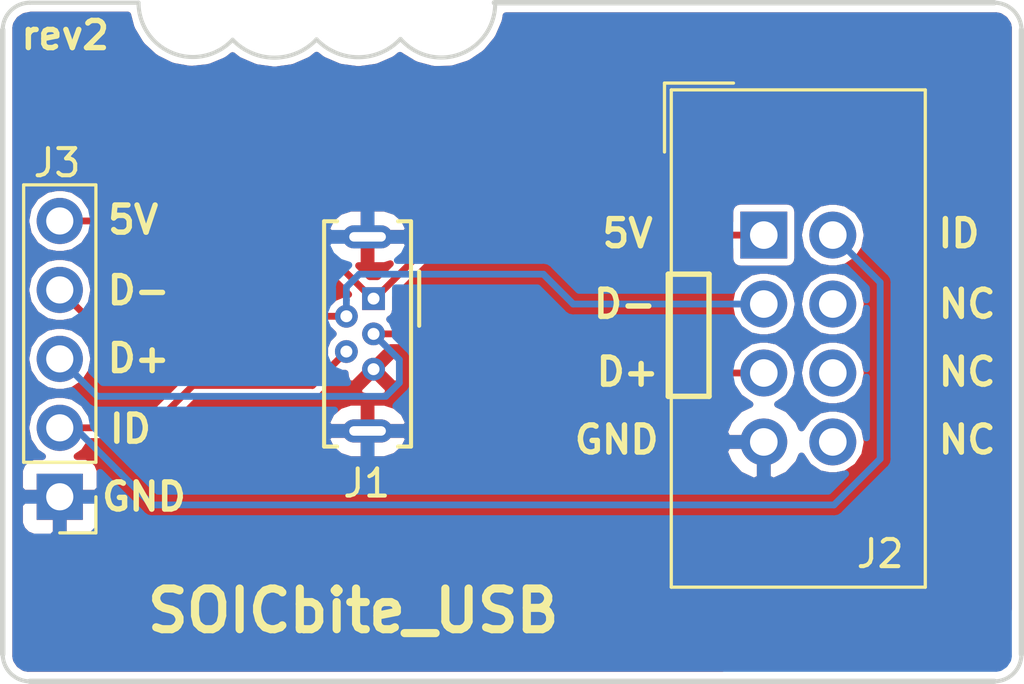
<source format=kicad_pcb>
(kicad_pcb (version 20171130) (host pcbnew 5.0.2-bee76a0~70~ubuntu18.04.1)

  (general
    (thickness 1.6)
    (drawings 33)
    (tracks 35)
    (zones 0)
    (modules 3)
    (nets 6)
  )

  (page A4)
  (layers
    (0 F.Cu signal)
    (31 B.Cu signal)
    (32 B.Adhes user)
    (33 F.Adhes user)
    (34 B.Paste user)
    (35 F.Paste user)
    (36 B.SilkS user)
    (37 F.SilkS user)
    (38 B.Mask user)
    (39 F.Mask user)
    (40 Dwgs.User user)
    (41 Cmts.User user)
    (42 Eco1.User user)
    (43 Eco2.User user)
    (44 Edge.Cuts user)
    (45 Margin user)
    (46 B.CrtYd user)
    (47 F.CrtYd user)
    (48 B.Fab user hide)
    (49 F.Fab user hide)
  )

  (setup
    (last_trace_width 0.25)
    (trace_clearance 0.2)
    (zone_clearance 0.254)
    (zone_45_only no)
    (trace_min 0.2)
    (segment_width 0.2)
    (edge_width 0.15)
    (via_size 0.8)
    (via_drill 0.4)
    (via_min_size 0.4)
    (via_min_drill 0.3)
    (uvia_size 0.3)
    (uvia_drill 0.1)
    (uvias_allowed no)
    (uvia_min_size 0.2)
    (uvia_min_drill 0.1)
    (pcb_text_width 0.3)
    (pcb_text_size 1.5 1.5)
    (mod_edge_width 0.15)
    (mod_text_size 1 1)
    (mod_text_width 0.15)
    (pad_size 1.524 1.524)
    (pad_drill 0.762)
    (pad_to_mask_clearance 0.051)
    (solder_mask_min_width 0.25)
    (aux_axis_origin 0 0)
    (visible_elements FFFFFF7F)
    (pcbplotparams
      (layerselection 0x010fc_ffffffff)
      (usegerberextensions false)
      (usegerberattributes false)
      (usegerberadvancedattributes false)
      (creategerberjobfile false)
      (excludeedgelayer true)
      (linewidth 0.100000)
      (plotframeref false)
      (viasonmask false)
      (mode 1)
      (useauxorigin false)
      (hpglpennumber 1)
      (hpglpenspeed 20)
      (hpglpendiameter 15.000000)
      (psnegative false)
      (psa4output false)
      (plotreference true)
      (plotvalue true)
      (plotinvisibletext false)
      (padsonsilk false)
      (subtractmaskfromsilk false)
      (outputformat 1)
      (mirror false)
      (drillshape 0)
      (scaleselection 1)
      (outputdirectory "gerbers/"))
  )

  (net 0 "")
  (net 1 +5V)
  (net 2 /USB-)
  (net 3 /USB+)
  (net 4 /USB_ID)
  (net 5 GND)

  (net_class Default "This is the default net class."
    (clearance 0.2)
    (trace_width 0.25)
    (via_dia 0.8)
    (via_drill 0.4)
    (uvia_dia 0.3)
    (uvia_drill 0.1)
    (add_net +5V)
    (add_net /USB+)
    (add_net /USB-)
    (add_net /USB_ID)
    (add_net GND)
  )

  (module Connector_USB:USB_Micro-B_Wuerth_614105150721_Vertical (layer F.Cu) (tedit 5A142044) (tstamp 5D45609B)
    (at 118.65 94.4 270)
    (descr "USB Micro-B receptacle, through-hole, vertical, http://katalog.we-online.de/em/datasheet/614105150721.pdf")
    (tags "usb micro receptacle vertical")
    (path /5D357F62)
    (fp_text reference J1 (at 6.8 0.25) (layer F.SilkS)
      (effects (font (size 1 1) (thickness 0.15)))
    )
    (fp_text value USB_B_Micro (at 1.3 2.92 270) (layer F.Fab)
      (effects (font (size 1 1) (thickness 0.15)))
    )
    (fp_line (start -2.7 -1.23) (end -1 -1.23) (layer F.Fab) (width 0.15))
    (fp_line (start -1 -1.23) (end 0 -0.23) (layer F.Fab) (width 0.15))
    (fp_line (start 0 -0.23) (end 1 -1.23) (layer F.Fab) (width 0.15))
    (fp_line (start 1 -1.23) (end 5.3 -1.23) (layer F.Fab) (width 0.15))
    (fp_line (start 5.3 -1.23) (end 5.3 1.67) (layer F.Fab) (width 0.15))
    (fp_line (start 5.3 1.67) (end -2.7 1.67) (layer F.Fab) (width 0.15))
    (fp_line (start -2.7 1.67) (end -2.7 -1.23) (layer F.Fab) (width 0.15))
    (fp_line (start -2.85 -0.905) (end -2.85 -1.38) (layer F.SilkS) (width 0.15))
    (fp_line (start -2.85 -1.38) (end 5.45 -1.38) (layer F.SilkS) (width 0.15))
    (fp_line (start 5.45 -1.38) (end 5.45 -0.905) (layer F.SilkS) (width 0.15))
    (fp_line (start -2.85 1.345) (end -2.85 1.82) (layer F.SilkS) (width 0.15))
    (fp_line (start -2.85 1.82) (end 5.45 1.82) (layer F.SilkS) (width 0.15))
    (fp_line (start 5.45 1.82) (end 5.45 1.345) (layer F.SilkS) (width 0.15))
    (fp_line (start -1 -1.68) (end 1 -1.68) (layer F.SilkS) (width 0.15))
    (fp_line (start -3.2 -1.73) (end -3.2 2.17) (layer F.CrtYd) (width 0.05))
    (fp_line (start -3.2 2.17) (end 5.8 2.17) (layer F.CrtYd) (width 0.05))
    (fp_line (start 5.8 2.17) (end 5.8 -1.73) (layer F.CrtYd) (width 0.05))
    (fp_line (start 5.8 -1.73) (end -3.2 -1.73) (layer F.CrtYd) (width 0.05))
    (fp_text user %R (at 1.3 0.22 270) (layer F.Fab)
      (effects (font (size 1 1) (thickness 0.15)))
    )
    (pad 1 thru_hole rect (at 0 0 270) (size 0.84 0.84) (drill 0.44) (layers *.Cu *.Mask)
      (net 1 +5V))
    (pad 2 thru_hole circle (at 0.65 1 270) (size 0.84 0.84) (drill 0.44) (layers *.Cu *.Mask)
      (net 2 /USB-))
    (pad 3 thru_hole circle (at 1.3 0 270) (size 0.84 0.84) (drill 0.44) (layers *.Cu *.Mask)
      (net 3 /USB+))
    (pad 4 thru_hole circle (at 1.95 1 270) (size 0.84 0.84) (drill 0.44) (layers *.Cu *.Mask)
      (net 4 /USB_ID))
    (pad 5 thru_hole circle (at 2.6 0 270) (size 0.84 0.84) (drill 0.44) (layers *.Cu *.Mask)
      (net 5 GND))
    (pad 6 thru_hole oval (at -2.275 0.22 270) (size 0.85 1.85) (drill oval 0.35 1.35) (layers *.Cu *.Mask)
      (net 5 GND))
    (pad 6 thru_hole oval (at 4.875 0.22 270) (size 0.85 1.85) (drill oval 0.35 1.35) (layers *.Cu *.Mask)
      (net 5 GND))
    (model ${KISYS3DMOD}/Connector_USB.3dshapes/USB_Micro-B_Wuerth_614105150721_Vertical.wrl
      (at (xyz 0 0 0))
      (scale (xyz 1 1 1))
      (rotate (xyz 0 0 0))
    )
    (model "${KIPRJMOD}/SOICbite_USB.3dshapes/614105150721 (rev1)(2).stp"
      (offset (xyz 1.35 -0.1 1.65))
      (scale (xyz 1 1 1))
      (rotate (xyz 90 0 0))
    )
  )

  (module Connector_IDC:IDC-Header_2x04_P2.54mm_Vertical (layer F.Cu) (tedit 59DE070F) (tstamp 5D4560FA)
    (at 133.015001 92.060001)
    (descr "Through hole straight IDC box header, 2x04, 2.54mm pitch, double rows")
    (tags "Through hole IDC box header THT 2x04 2.54mm double row")
    (path /5D3580F5)
    (fp_text reference J2 (at 4.284999 11.739999) (layer F.SilkS)
      (effects (font (size 1 1) (thickness 0.15)))
    )
    (fp_text value 2x4_IDC (at 1.27 14.224) (layer F.Fab)
      (effects (font (size 1 1) (thickness 0.15)))
    )
    (fp_text user %R (at 1.27 3.81) (layer F.Fab)
      (effects (font (size 1 1) (thickness 0.15)))
    )
    (fp_line (start 5.695 -5.1) (end 5.695 12.72) (layer F.Fab) (width 0.1))
    (fp_line (start 5.145 -4.56) (end 5.145 12.16) (layer F.Fab) (width 0.1))
    (fp_line (start -3.155 -5.1) (end -3.155 12.72) (layer F.Fab) (width 0.1))
    (fp_line (start -2.605 -4.56) (end -2.605 1.56) (layer F.Fab) (width 0.1))
    (fp_line (start -2.605 6.06) (end -2.605 12.16) (layer F.Fab) (width 0.1))
    (fp_line (start -2.605 1.56) (end -3.155 1.56) (layer F.Fab) (width 0.1))
    (fp_line (start -2.605 6.06) (end -3.155 6.06) (layer F.Fab) (width 0.1))
    (fp_line (start 5.695 -5.1) (end -3.155 -5.1) (layer F.Fab) (width 0.1))
    (fp_line (start 5.145 -4.56) (end -2.605 -4.56) (layer F.Fab) (width 0.1))
    (fp_line (start 5.695 12.72) (end -3.155 12.72) (layer F.Fab) (width 0.1))
    (fp_line (start 5.145 12.16) (end -2.605 12.16) (layer F.Fab) (width 0.1))
    (fp_line (start 5.695 -5.1) (end 5.145 -4.56) (layer F.Fab) (width 0.1))
    (fp_line (start 5.695 12.72) (end 5.145 12.16) (layer F.Fab) (width 0.1))
    (fp_line (start -3.155 -5.1) (end -2.605 -4.56) (layer F.Fab) (width 0.1))
    (fp_line (start -3.155 12.72) (end -2.605 12.16) (layer F.Fab) (width 0.1))
    (fp_line (start 5.95 -5.35) (end 5.95 12.97) (layer F.CrtYd) (width 0.05))
    (fp_line (start 5.95 12.97) (end -3.41 12.97) (layer F.CrtYd) (width 0.05))
    (fp_line (start -3.41 12.97) (end -3.41 -5.35) (layer F.CrtYd) (width 0.05))
    (fp_line (start -3.41 -5.35) (end 5.95 -5.35) (layer F.CrtYd) (width 0.05))
    (fp_line (start 5.945 -5.35) (end 5.945 12.97) (layer F.SilkS) (width 0.12))
    (fp_line (start 5.945 12.97) (end -3.405 12.97) (layer F.SilkS) (width 0.12))
    (fp_line (start -3.405 12.97) (end -3.405 -5.35) (layer F.SilkS) (width 0.12))
    (fp_line (start -3.405 -5.35) (end 5.945 -5.35) (layer F.SilkS) (width 0.12))
    (fp_line (start -3.655 -5.6) (end -3.655 -3.06) (layer F.SilkS) (width 0.12))
    (fp_line (start -3.655 -5.6) (end -1.115 -5.6) (layer F.SilkS) (width 0.12))
    (pad 1 thru_hole rect (at 0 0) (size 1.7272 1.7272) (drill 1.016) (layers *.Cu *.Mask)
      (net 1 +5V))
    (pad 2 thru_hole oval (at 2.54 0) (size 1.7272 1.7272) (drill 1.016) (layers *.Cu *.Mask)
      (net 4 /USB_ID))
    (pad 3 thru_hole oval (at 0 2.54) (size 1.7272 1.7272) (drill 1.016) (layers *.Cu *.Mask)
      (net 2 /USB-))
    (pad 4 thru_hole oval (at 2.54 2.54) (size 1.7272 1.7272) (drill 1.016) (layers *.Cu *.Mask))
    (pad 5 thru_hole oval (at 0 5.08) (size 1.7272 1.7272) (drill 1.016) (layers *.Cu *.Mask)
      (net 3 /USB+))
    (pad 6 thru_hole oval (at 2.54 5.08) (size 1.7272 1.7272) (drill 1.016) (layers *.Cu *.Mask))
    (pad 7 thru_hole oval (at 0 7.62) (size 1.7272 1.7272) (drill 1.016) (layers *.Cu *.Mask)
      (net 5 GND))
    (pad 8 thru_hole oval (at 2.54 7.62) (size 1.7272 1.7272) (drill 1.016) (layers *.Cu *.Mask))
    (model ${KISYS3DMOD}/Connector_IDC.3dshapes/IDC-Header_2x04_P2.54mm_Vertical.wrl
      (at (xyz 0 0 0))
      (scale (xyz 1 1 1))
      (rotate (xyz 0 0 0))
    )
  )

  (module Connector_PinHeader_2.54mm:PinHeader_1x05_P2.54mm_Vertical (layer F.Cu) (tedit 59FED5CC) (tstamp 5D45604E)
    (at 107.1 101.7 180)
    (descr "Through hole straight pin header, 1x05, 2.54mm pitch, single row")
    (tags "Through hole pin header THT 1x05 2.54mm single row")
    (path /5D366171)
    (fp_text reference J3 (at 0.1 12.3 180) (layer F.SilkS)
      (effects (font (size 1 1) (thickness 0.15)))
    )
    (fp_text value Conn_01x05 (at 0 12.49 180) (layer F.Fab)
      (effects (font (size 1 1) (thickness 0.15)))
    )
    (fp_line (start -0.635 -1.27) (end 1.27 -1.27) (layer F.Fab) (width 0.1))
    (fp_line (start 1.27 -1.27) (end 1.27 11.43) (layer F.Fab) (width 0.1))
    (fp_line (start 1.27 11.43) (end -1.27 11.43) (layer F.Fab) (width 0.1))
    (fp_line (start -1.27 11.43) (end -1.27 -0.635) (layer F.Fab) (width 0.1))
    (fp_line (start -1.27 -0.635) (end -0.635 -1.27) (layer F.Fab) (width 0.1))
    (fp_line (start -1.33 11.49) (end 1.33 11.49) (layer F.SilkS) (width 0.12))
    (fp_line (start -1.33 1.27) (end -1.33 11.49) (layer F.SilkS) (width 0.12))
    (fp_line (start 1.33 1.27) (end 1.33 11.49) (layer F.SilkS) (width 0.12))
    (fp_line (start -1.33 1.27) (end 1.33 1.27) (layer F.SilkS) (width 0.12))
    (fp_line (start -1.33 0) (end -1.33 -1.33) (layer F.SilkS) (width 0.12))
    (fp_line (start -1.33 -1.33) (end 0 -1.33) (layer F.SilkS) (width 0.12))
    (fp_line (start -1.8 -1.8) (end -1.8 11.95) (layer F.CrtYd) (width 0.05))
    (fp_line (start -1.8 11.95) (end 1.8 11.95) (layer F.CrtYd) (width 0.05))
    (fp_line (start 1.8 11.95) (end 1.8 -1.8) (layer F.CrtYd) (width 0.05))
    (fp_line (start 1.8 -1.8) (end -1.8 -1.8) (layer F.CrtYd) (width 0.05))
    (fp_text user %R (at 0 5.08 270) (layer F.Fab)
      (effects (font (size 1 1) (thickness 0.15)))
    )
    (pad 1 thru_hole rect (at 0 0 180) (size 1.7 1.7) (drill 1) (layers *.Cu *.Mask)
      (net 5 GND))
    (pad 2 thru_hole oval (at 0 2.54 180) (size 1.7 1.7) (drill 1) (layers *.Cu *.Mask)
      (net 4 /USB_ID))
    (pad 3 thru_hole oval (at 0 5.08 180) (size 1.7 1.7) (drill 1) (layers *.Cu *.Mask)
      (net 3 /USB+))
    (pad 4 thru_hole oval (at 0 7.62 180) (size 1.7 1.7) (drill 1) (layers *.Cu *.Mask)
      (net 2 /USB-))
    (pad 5 thru_hole oval (at 0 10.16 180) (size 1.7 1.7) (drill 1) (layers *.Cu *.Mask)
      (net 1 +5V))
  )

  (gr_arc (start 106 107.5) (end 105 107.5) (angle -90) (layer Edge.Cuts) (width 0.15))
  (gr_arc (start 141.5 107.5) (end 141.5 108.5) (angle -90) (layer Edge.Cuts) (width 0.15))
  (gr_arc (start 141.5 84.5) (end 142.5 84.5) (angle -90) (layer Edge.Cuts) (width 0.15))
  (gr_arc (start 121.143029 83.533495) (end 119.643029 84.833495) (angle -140.0545485) (layer Edge.Cuts) (width 0.15) (tstamp 5D457E8E))
  (gr_arc (start 118.090459 83.384429) (end 116.55257 84.849066) (angle -93.3724768) (layer Edge.Cuts) (width 0.15) (tstamp 5D457DFF))
  (gr_arc (start 115 83.4) (end 113.462111 84.864637) (angle -93.3724768) (layer Edge.Cuts) (width 0.15) (tstamp 5D457CA3))
  (gr_line (start 106 83.5) (end 110 83.5) (layer Edge.Cuts) (width 0.15))
  (gr_arc (start 112 83.5) (end 110 83.5) (angle -136.974934) (layer Edge.Cuts) (width 0.15))
  (gr_arc (start 106 84.5) (end 106 83.5) (angle -90) (layer Edge.Cuts) (width 0.15))
  (gr_text GND (at 110.2 101.7) (layer F.SilkS) (tstamp 5D456E5B)
    (effects (font (size 1 1) (thickness 0.2)))
  )
  (gr_text ID (at 109.7 99.2) (layer F.SilkS) (tstamp 5D456E58)
    (effects (font (size 1 1) (thickness 0.2)))
  )
  (gr_text D- (at 110 94.1) (layer F.SilkS) (tstamp 5D456E54)
    (effects (font (size 1 1) (thickness 0.2)))
  )
  (gr_text D+ (at 110 96.6) (layer F.SilkS) (tstamp 5D456E4E)
    (effects (font (size 1 1) (thickness 0.2)))
  )
  (gr_text 5V (at 109.8 91.5) (layer F.SilkS) (tstamp 5D456E4B)
    (effects (font (size 1 1) (thickness 0.2)))
  )
  (gr_text NC (at 140.5 99.6) (layer F.SilkS) (tstamp 5D52FF5D)
    (effects (font (size 1 1) (thickness 0.2)))
  )
  (gr_text NC (at 140.5 94.6) (layer F.SilkS) (tstamp 5D45680D)
    (effects (font (size 1 1) (thickness 0.2)))
  )
  (gr_text NC (at 140.5 97.1) (layer F.SilkS) (tstamp 5D45677E)
    (effects (font (size 1 1) (thickness 0.2)))
  )
  (gr_text ID (at 140.2 92) (layer F.SilkS) (tstamp 5D4566AA)
    (effects (font (size 1 1) (thickness 0.2)))
  )
  (gr_text GND (at 127.6 99.6) (layer F.SilkS) (tstamp 5D4565F6)
    (effects (font (size 1 1) (thickness 0.2)))
  )
  (gr_text D+ (at 128 97.1) (layer F.SilkS) (tstamp 5D4565AD)
    (effects (font (size 1 1) (thickness 0.2)))
  )
  (gr_text D- (at 127.9 94.6) (layer F.SilkS) (tstamp 5D4564DD)
    (effects (font (size 1 1) (thickness 0.2)))
  )
  (gr_text 5V (at 128 92) (layer F.SilkS)
    (effects (font (size 1 1) (thickness 0.2)))
  )
  (gr_text rev2 (at 107.3 84.7) (layer F.SilkS)
    (effects (font (size 1 1) (thickness 0.2)))
  )
  (gr_text defproc.co.uk (at 137 107) (layer F.Cu)
    (effects (font (size 1 1) (thickness 0.2)))
  )
  (gr_text SOICbite_USB (at 117.9 105.9) (layer F.SilkS)
    (effects (font (size 1.5 1.5) (thickness 0.3)))
  )
  (gr_line (start 129.5 98) (end 129.5 93.5) (layer F.SilkS) (width 0.2))
  (gr_line (start 131 98) (end 129.5 98) (layer F.SilkS) (width 0.2))
  (gr_line (start 131 93.5) (end 131 98) (layer F.SilkS) (width 0.2))
  (gr_line (start 129.5 93.5) (end 131 93.5) (layer F.SilkS) (width 0.2))
  (gr_line (start 105 107.5) (end 105 84.5) (layer Edge.Cuts) (width 0.2))
  (gr_line (start 141.5 108.5) (end 106 108.5) (layer Edge.Cuts) (width 0.2))
  (gr_line (start 142.5 84.5) (end 142.5 107.5) (layer Edge.Cuts) (width 0.2))
  (gr_line (start 123.1 83.5) (end 141.5 83.5) (layer Edge.Cuts) (width 0.2))

  (segment (start 118.7 94.4) (end 118.65 94.4) (width 0.25) (layer F.Cu) (net 1))
  (segment (start 133.015001 92.060001) (end 121.039999 92.060001) (width 0.25) (layer F.Cu) (net 1))
  (segment (start 121.039999 92.060001) (end 118.7 94.4) (width 0.25) (layer F.Cu) (net 1))
  (segment (start 118.6 94.4) (end 118.65 94.4) (width 0.25) (layer F.Cu) (net 1))
  (segment (start 107.1 91.54) (end 115.74 91.54) (width 0.25) (layer F.Cu) (net 1))
  (segment (start 115.74 91.54) (end 118.6 94.4) (width 0.25) (layer F.Cu) (net 1))
  (segment (start 108.07 95.05) (end 107.1 94.08) (width 0.25) (layer F.Cu) (net 2))
  (segment (start 117.65 95.05) (end 108.07 95.05) (width 0.25) (layer F.Cu) (net 2))
  (segment (start 117.65 93.974998) (end 117.65 94.456031) (width 0.25) (layer B.Cu) (net 2))
  (segment (start 118.124998 93.5) (end 117.65 93.974998) (width 0.25) (layer B.Cu) (net 2))
  (segment (start 124.9 93.5) (end 118.124998 93.5) (width 0.25) (layer B.Cu) (net 2))
  (segment (start 117.65 94.456031) (end 117.65 95.05) (width 0.25) (layer B.Cu) (net 2))
  (segment (start 133.015001 94.600001) (end 126.000001 94.600001) (width 0.25) (layer B.Cu) (net 2))
  (segment (start 126.000001 94.600001) (end 124.9 93.5) (width 0.25) (layer B.Cu) (net 2))
  (segment (start 107.949999 97.469999) (end 107.1 96.62) (width 0.25) (layer B.Cu) (net 3))
  (segment (start 108.48 98) (end 107.949999 97.469999) (width 0.25) (layer B.Cu) (net 3))
  (segment (start 119.1 98) (end 108.48 98) (width 0.25) (layer B.Cu) (net 3))
  (segment (start 119.6 97.5) (end 119.1 98) (width 0.25) (layer B.Cu) (net 3))
  (segment (start 118.65 95.7) (end 119.6 96.65) (width 0.25) (layer B.Cu) (net 3))
  (segment (start 119.6 96.65) (end 119.6 97.5) (width 0.25) (layer B.Cu) (net 3))
  (segment (start 125.1 95.7) (end 118.65 95.7) (width 0.25) (layer F.Cu) (net 3))
  (segment (start 133.015001 97.140001) (end 126.540001 97.140001) (width 0.25) (layer F.Cu) (net 3))
  (segment (start 126.540001 97.140001) (end 125.1 95.7) (width 0.25) (layer F.Cu) (net 3))
  (segment (start 117.230001 96.769999) (end 117.65 96.35) (width 0.25) (layer F.Cu) (net 4))
  (segment (start 116.4 97.6) (end 117.230001 96.769999) (width 0.25) (layer F.Cu) (net 4))
  (segment (start 116.4 97.6) (end 117.65 96.35) (width 0.25) (layer F.Cu) (net 4))
  (segment (start 112 97.6) (end 116.4 97.6) (width 0.25) (layer F.Cu) (net 4))
  (segment (start 107.1 99.16) (end 110.44 99.16) (width 0.25) (layer F.Cu) (net 4))
  (segment (start 110.44 99.16) (end 112 97.6) (width 0.25) (layer F.Cu) (net 4))
  (segment (start 110.5 102) (end 107.66 99.16) (width 0.25) (layer B.Cu) (net 4))
  (segment (start 137.3 100.3) (end 135.6 102) (width 0.25) (layer B.Cu) (net 4))
  (segment (start 107.66 99.16) (end 107.1 99.16) (width 0.25) (layer B.Cu) (net 4))
  (segment (start 135.6 102) (end 110.5 102) (width 0.25) (layer B.Cu) (net 4))
  (segment (start 135.555001 92.060001) (end 137.3 93.805) (width 0.25) (layer B.Cu) (net 4))
  (segment (start 137.3 93.805) (end 137.3 100.3) (width 0.25) (layer B.Cu) (net 4))

  (zone (net 5) (net_name GND) (layer F.Cu) (tstamp 5D5303EB) (hatch edge 0.508)
    (connect_pads (clearance 0.254))
    (min_thickness 0.254)
    (fill yes (arc_segments 16) (thermal_gap 0.508) (thermal_bridge_width 0.508))
    (polygon
      (pts
        (xy 105 83.5) (xy 142.5 83.5) (xy 142.5 108.5) (xy 105 108.5)
      )
    )
    (filled_polygon
      (pts
        (xy 109.716264 84.393348) (xy 109.740339 84.450411) (xy 109.76368 84.507678) (xy 109.766522 84.51247) (xy 110.058792 84.998409)
        (xy 110.097888 85.046388) (xy 110.13639 85.094835) (xy 110.140463 85.098637) (xy 110.557371 85.483012) (xy 110.608329 85.518067)
        (xy 110.658914 85.553784) (xy 110.66389 85.55629) (xy 111.171923 85.808204) (xy 111.230727 85.827566) (xy 111.289248 85.847631)
        (xy 111.294727 85.848639) (xy 111.853042 85.94784) (xy 111.914867 85.949918) (xy 111.976719 85.952754) (xy 111.98226 85.952183)
        (xy 112.545978 85.890695) (xy 112.605918 85.875333) (xy 112.666059 85.8607) (xy 112.671215 85.858598) (xy 112.67122 85.858597)
        (xy 112.671225 85.858594) (xy 113.19502 85.641365) (xy 113.248212 85.609813) (xy 113.301859 85.578872) (xy 113.30622 85.575406)
        (xy 113.462691 85.449487) (xy 113.620216 85.57574) (xy 113.644462 85.590258) (xy 113.666289 85.608202) (xy 113.725576 85.638967)
        (xy 114.25531 85.866287) (xy 114.282989 85.873924) (xy 114.30925 85.88552) (xy 114.374625 85.899208) (xy 114.945977 85.975697)
        (xy 114.974689 85.975609) (xy 115.003101 85.979716) (xy 115.06975 85.975319) (xy 115.640624 85.895342) (xy 115.668251 85.887537)
        (xy 115.696723 85.883852) (xy 115.759734 85.861693) (xy 116.288071 85.631145) (xy 116.312584 85.616197) (xy 116.339015 85.604991)
        (xy 116.393746 85.566704) (xy 116.554942 85.435353) (xy 116.710675 85.560169) (xy 116.734921 85.574687) (xy 116.756748 85.592631)
        (xy 116.816035 85.623396) (xy 117.345769 85.850716) (xy 117.373448 85.858353) (xy 117.399709 85.869949) (xy 117.465084 85.883637)
        (xy 118.036436 85.960126) (xy 118.065148 85.960038) (xy 118.09356 85.964145) (xy 118.160209 85.959748) (xy 118.731083 85.879771)
        (xy 118.75871 85.871966) (xy 118.787182 85.868281) (xy 118.850193 85.846122) (xy 119.37853 85.615574) (xy 119.403043 85.600626)
        (xy 119.429474 85.58942) (xy 119.484205 85.551133) (xy 119.622752 85.438238) (xy 119.640778 85.453434) (xy 119.645521 85.456356)
        (xy 120.1265 85.748578) (xy 120.183414 85.77289) (xy 120.240023 85.797894) (xy 120.245396 85.799367) (xy 120.789059 85.944849)
        (xy 120.850523 85.952212) (xy 120.911861 85.960321) (xy 120.917431 85.960227) (xy 121.480074 85.947273) (xy 121.541105 85.937094)
        (xy 121.602283 85.927657) (xy 121.607603 85.926003) (xy 122.143993 85.755654) (xy 122.199704 85.72876) (xy 122.255784 85.702527)
        (xy 122.260426 85.699447) (xy 122.727445 85.385399) (xy 122.773352 85.343964) (xy 122.819832 85.303031) (xy 122.823423 85.298771)
        (xy 123.183528 84.866269) (xy 123.215983 84.813579) (xy 123.249084 84.761281) (xy 123.251334 84.756185) (xy 123.475577 84.239997)
        (xy 123.491936 84.180324) (xy 123.50903 84.120832) (xy 123.50976 84.115308) (xy 123.526682 83.981) (xy 141.547373 83.981)
        (xy 141.564073 83.977678) (xy 141.704761 84.005663) (xy 141.878349 84.121651) (xy 141.994337 84.295239) (xy 142.022322 84.435928)
        (xy 142.019 84.452628) (xy 142.019001 105.849) (xy 131.495191 105.849) (xy 131.495191 108.019) (xy 105.952627 108.019)
        (xy 105.935927 108.022322) (xy 105.795239 107.994337) (xy 105.621651 107.878349) (xy 105.505663 107.704761) (xy 105.477678 107.564073)
        (xy 105.481 107.547373) (xy 105.481 101.98575) (xy 105.615 101.98575) (xy 105.615 102.67631) (xy 105.711673 102.909699)
        (xy 105.890302 103.088327) (xy 106.123691 103.185) (xy 106.81425 103.185) (xy 106.973 103.02625) (xy 106.973 101.827)
        (xy 107.227 101.827) (xy 107.227 103.02625) (xy 107.38575 103.185) (xy 108.076309 103.185) (xy 108.309698 103.088327)
        (xy 108.488327 102.909699) (xy 108.585 102.67631) (xy 108.585 101.98575) (xy 108.42625 101.827) (xy 107.227 101.827)
        (xy 106.973 101.827) (xy 105.77375 101.827) (xy 105.615 101.98575) (xy 105.481 101.98575) (xy 105.481 100.72369)
        (xy 105.615 100.72369) (xy 105.615 101.41425) (xy 105.77375 101.573) (xy 106.973 101.573) (xy 106.973 101.553)
        (xy 107.227 101.553) (xy 107.227 101.573) (xy 108.42625 101.573) (xy 108.585 101.41425) (xy 108.585 100.72369)
        (xy 108.488327 100.490301) (xy 108.309698 100.311673) (xy 108.076309 100.215) (xy 107.736821 100.215) (xy 107.987501 100.047501)
        (xy 108.242412 99.666) (xy 110.390166 99.666) (xy 110.44 99.675913) (xy 110.489834 99.666) (xy 110.489835 99.666)
        (xy 110.637431 99.636641) (xy 110.744557 99.565062) (xy 116.91046 99.565062) (xy 117.090664 99.934731) (xy 117.407023 100.205712)
        (xy 117.803 100.335) (xy 118.303 100.335) (xy 118.303 99.402) (xy 118.557 99.402) (xy 118.557 100.335)
        (xy 119.057 100.335) (xy 119.452977 100.205712) (xy 119.647574 100.039027) (xy 131.560043 100.039027) (xy 131.732313 100.454948)
        (xy 132.126511 100.886822) (xy 132.655974 101.134969) (xy 132.888001 101.01447) (xy 132.888001 99.807001) (xy 131.681184 99.807001)
        (xy 131.560043 100.039027) (xy 119.647574 100.039027) (xy 119.769336 99.934731) (xy 119.94954 99.565062) (xy 119.822257 99.402)
        (xy 118.557 99.402) (xy 118.303 99.402) (xy 117.037743 99.402) (xy 116.91046 99.565062) (xy 110.744557 99.565062)
        (xy 110.804806 99.524806) (xy 110.833039 99.482553) (xy 111.330654 98.984938) (xy 116.91046 98.984938) (xy 117.037743 99.148)
        (xy 118.303 99.148) (xy 118.303 98.215) (xy 118.557 98.215) (xy 118.557 99.148) (xy 119.822257 99.148)
        (xy 119.94954 98.984938) (xy 119.769336 98.615269) (xy 119.452977 98.344288) (xy 119.057 98.215) (xy 118.557 98.215)
        (xy 118.303 98.215) (xy 117.803 98.215) (xy 117.407023 98.344288) (xy 117.090664 98.615269) (xy 116.91046 98.984938)
        (xy 111.330654 98.984938) (xy 112.209592 98.106) (xy 116.350166 98.106) (xy 116.4 98.115913) (xy 116.449834 98.106)
        (xy 116.449835 98.106) (xy 116.597431 98.076641) (xy 116.764806 97.964806) (xy 116.793038 97.922553) (xy 116.983678 97.731913)
        (xy 118.097692 97.731913) (xy 118.124905 97.938796) (xy 118.524137 98.068279) (xy 118.942531 98.035127) (xy 119.175095 97.938796)
        (xy 119.202308 97.731913) (xy 118.65 97.179605) (xy 118.097692 97.731913) (xy 116.983678 97.731913) (xy 117.564592 97.151)
        (xy 117.603659 97.151) (xy 117.614873 97.292531) (xy 117.711204 97.525095) (xy 117.918087 97.552308) (xy 118.470395 97)
        (xy 118.829605 97) (xy 119.381913 97.552308) (xy 119.588796 97.525095) (xy 119.718279 97.125863) (xy 119.685127 96.707469)
        (xy 119.588796 96.474905) (xy 119.381913 96.447692) (xy 118.829605 97) (xy 118.470395 97) (xy 118.456253 96.985858)
        (xy 118.635858 96.806253) (xy 118.65 96.820395) (xy 119.082579 96.387816) (xy 119.10373 96.379055) (xy 119.276785 96.206)
        (xy 124.890409 96.206) (xy 126.146964 97.462556) (xy 126.175195 97.504807) (xy 126.34257 97.616642) (xy 126.490166 97.646001)
        (xy 126.490167 97.646001) (xy 126.540001 97.655914) (xy 126.589835 97.646001) (xy 131.856232 97.646001) (xy 132.117695 98.037307)
        (xy 132.504731 98.295917) (xy 132.126511 98.47318) (xy 131.732313 98.905054) (xy 131.560043 99.320975) (xy 131.681184 99.553001)
        (xy 132.888001 99.553001) (xy 132.888001 99.533001) (xy 133.142001 99.533001) (xy 133.142001 99.553001) (xy 133.162001 99.553001)
        (xy 133.162001 99.807001) (xy 133.142001 99.807001) (xy 133.142001 101.01447) (xy 133.374028 101.134969) (xy 133.903491 100.886822)
        (xy 134.297689 100.454948) (xy 134.404166 100.197875) (xy 134.657695 100.577307) (xy 135.069382 100.852388) (xy 135.43242 100.924601)
        (xy 135.677582 100.924601) (xy 136.04062 100.852388) (xy 136.452307 100.577307) (xy 136.727388 100.16562) (xy 136.823984 99.680001)
        (xy 136.727388 99.194382) (xy 136.452307 98.782695) (xy 136.04062 98.507614) (xy 135.677582 98.435401) (xy 135.43242 98.435401)
        (xy 135.069382 98.507614) (xy 134.657695 98.782695) (xy 134.404166 99.162127) (xy 134.297689 98.905054) (xy 133.903491 98.47318)
        (xy 133.525271 98.295917) (xy 133.912307 98.037307) (xy 134.187388 97.62562) (xy 134.283984 97.140001) (xy 134.286018 97.140001)
        (xy 134.382614 97.62562) (xy 134.657695 98.037307) (xy 135.069382 98.312388) (xy 135.43242 98.384601) (xy 135.677582 98.384601)
        (xy 136.04062 98.312388) (xy 136.452307 98.037307) (xy 136.727388 97.62562) (xy 136.823984 97.140001) (xy 136.727388 96.654382)
        (xy 136.452307 96.242695) (xy 136.04062 95.967614) (xy 135.677582 95.895401) (xy 135.43242 95.895401) (xy 135.069382 95.967614)
        (xy 134.657695 96.242695) (xy 134.382614 96.654382) (xy 134.286018 97.140001) (xy 134.283984 97.140001) (xy 134.187388 96.654382)
        (xy 133.912307 96.242695) (xy 133.50062 95.967614) (xy 133.137582 95.895401) (xy 132.89242 95.895401) (xy 132.529382 95.967614)
        (xy 132.117695 96.242695) (xy 131.856232 96.634001) (xy 126.749593 96.634001) (xy 125.493039 95.377447) (xy 125.464806 95.335194)
        (xy 125.297431 95.223359) (xy 125.149835 95.194) (xy 125.149834 95.194) (xy 125.1 95.184087) (xy 125.050166 95.194)
        (xy 119.276785 95.194) (xy 119.244448 95.161663) (xy 119.344686 95.094686) (xy 119.428894 94.968659) (xy 119.458464 94.82)
        (xy 119.458464 94.600001) (xy 131.746018 94.600001) (xy 131.842614 95.08562) (xy 132.117695 95.497307) (xy 132.529382 95.772388)
        (xy 132.89242 95.844601) (xy 133.137582 95.844601) (xy 133.50062 95.772388) (xy 133.912307 95.497307) (xy 134.187388 95.08562)
        (xy 134.283984 94.600001) (xy 134.286018 94.600001) (xy 134.382614 95.08562) (xy 134.657695 95.497307) (xy 135.069382 95.772388)
        (xy 135.43242 95.844601) (xy 135.677582 95.844601) (xy 136.04062 95.772388) (xy 136.452307 95.497307) (xy 136.727388 95.08562)
        (xy 136.823984 94.600001) (xy 136.727388 94.114382) (xy 136.452307 93.702695) (xy 136.04062 93.427614) (xy 135.677582 93.355401)
        (xy 135.43242 93.355401) (xy 135.069382 93.427614) (xy 134.657695 93.702695) (xy 134.382614 94.114382) (xy 134.286018 94.600001)
        (xy 134.283984 94.600001) (xy 134.187388 94.114382) (xy 133.912307 93.702695) (xy 133.50062 93.427614) (xy 133.137582 93.355401)
        (xy 132.89242 93.355401) (xy 132.529382 93.427614) (xy 132.117695 93.702695) (xy 131.842614 94.114382) (xy 131.746018 94.600001)
        (xy 119.458464 94.600001) (xy 119.458464 94.357127) (xy 121.249591 92.566001) (xy 131.762937 92.566001) (xy 131.762937 92.923601)
        (xy 131.792507 93.07226) (xy 131.876715 93.198287) (xy 132.002742 93.282495) (xy 132.151401 93.312065) (xy 133.878601 93.312065)
        (xy 134.02726 93.282495) (xy 134.153287 93.198287) (xy 134.237495 93.07226) (xy 134.267065 92.923601) (xy 134.267065 92.060001)
        (xy 134.286018 92.060001) (xy 134.382614 92.54562) (xy 134.657695 92.957307) (xy 135.069382 93.232388) (xy 135.43242 93.304601)
        (xy 135.677582 93.304601) (xy 136.04062 93.232388) (xy 136.452307 92.957307) (xy 136.727388 92.54562) (xy 136.823984 92.060001)
        (xy 136.727388 91.574382) (xy 136.452307 91.162695) (xy 136.04062 90.887614) (xy 135.677582 90.815401) (xy 135.43242 90.815401)
        (xy 135.069382 90.887614) (xy 134.657695 91.162695) (xy 134.382614 91.574382) (xy 134.286018 92.060001) (xy 134.267065 92.060001)
        (xy 134.267065 91.196401) (xy 134.237495 91.047742) (xy 134.153287 90.921715) (xy 134.02726 90.837507) (xy 133.878601 90.807937)
        (xy 132.151401 90.807937) (xy 132.002742 90.837507) (xy 131.876715 90.921715) (xy 131.792507 91.047742) (xy 131.762937 91.196401)
        (xy 131.762937 91.554001) (xy 121.089832 91.554001) (xy 121.039998 91.544088) (xy 120.990164 91.554001) (xy 120.842568 91.58336)
        (xy 120.675193 91.695195) (xy 120.646962 91.737446) (xy 119.930702 92.453707) (xy 119.94954 92.415062) (xy 119.822257 92.252)
        (xy 118.557 92.252) (xy 118.557 93.185) (xy 119.057 93.185) (xy 119.268447 93.115962) (xy 118.792873 93.591536)
        (xy 118.507128 93.591536) (xy 118.100592 93.185) (xy 118.303 93.185) (xy 118.303 92.252) (xy 118.283 92.252)
        (xy 118.283 91.998) (xy 118.303 91.998) (xy 118.303 91.065) (xy 118.557 91.065) (xy 118.557 91.998)
        (xy 119.822257 91.998) (xy 119.94954 91.834938) (xy 119.769336 91.465269) (xy 119.452977 91.194288) (xy 119.057 91.065)
        (xy 118.557 91.065) (xy 118.303 91.065) (xy 117.803 91.065) (xy 117.407023 91.194288) (xy 117.090664 91.465269)
        (xy 116.91046 91.834938) (xy 117.037741 91.997998) (xy 116.913589 91.997998) (xy 116.133039 91.217448) (xy 116.104806 91.175194)
        (xy 115.937431 91.063359) (xy 115.789835 91.034) (xy 115.789834 91.034) (xy 115.74 91.024087) (xy 115.690166 91.034)
        (xy 108.242412 91.034) (xy 107.987501 90.652499) (xy 107.580312 90.380424) (xy 107.221239 90.309) (xy 106.978761 90.309)
        (xy 106.619688 90.380424) (xy 106.212499 90.652499) (xy 105.940424 91.059688) (xy 105.844884 91.54) (xy 105.940424 92.020312)
        (xy 106.212499 92.427501) (xy 106.619688 92.699576) (xy 106.978761 92.771) (xy 107.221239 92.771) (xy 107.580312 92.699576)
        (xy 107.987501 92.427501) (xy 108.242412 92.046) (xy 115.530409 92.046) (xy 117.733408 94.249) (xy 117.490671 94.249)
        (xy 117.19627 94.370945) (xy 117.023215 94.544) (xy 108.279592 94.544) (xy 108.265603 94.530011) (xy 108.355116 94.08)
        (xy 108.259576 93.599688) (xy 107.987501 93.192499) (xy 107.580312 92.920424) (xy 107.221239 92.849) (xy 106.978761 92.849)
        (xy 106.619688 92.920424) (xy 106.212499 93.192499) (xy 105.940424 93.599688) (xy 105.844884 94.08) (xy 105.940424 94.560312)
        (xy 106.212499 94.967501) (xy 106.619688 95.239576) (xy 106.978761 95.311) (xy 107.221239 95.311) (xy 107.550011 95.245603)
        (xy 107.676963 95.372555) (xy 107.705194 95.414806) (xy 107.872569 95.526641) (xy 108.020165 95.556) (xy 108.069999 95.565913)
        (xy 108.119833 95.556) (xy 117.023215 95.556) (xy 117.167215 95.7) (xy 116.970945 95.89627) (xy 116.849 96.190671)
        (xy 116.849 96.435408) (xy 116.410272 96.874137) (xy 116.190409 97.094) (xy 112.049833 97.094) (xy 111.999999 97.084087)
        (xy 111.950165 97.094) (xy 111.802569 97.123359) (xy 111.635194 97.235194) (xy 111.606963 97.277445) (xy 110.230409 98.654)
        (xy 108.242412 98.654) (xy 107.987501 98.272499) (xy 107.580312 98.000424) (xy 107.221239 97.929) (xy 106.978761 97.929)
        (xy 106.619688 98.000424) (xy 106.212499 98.272499) (xy 105.940424 98.679688) (xy 105.844884 99.16) (xy 105.940424 99.640312)
        (xy 106.212499 100.047501) (xy 106.463179 100.215) (xy 106.123691 100.215) (xy 105.890302 100.311673) (xy 105.711673 100.490301)
        (xy 105.615 100.72369) (xy 105.481 100.72369) (xy 105.481 96.62) (xy 105.844884 96.62) (xy 105.940424 97.100312)
        (xy 106.212499 97.507501) (xy 106.619688 97.779576) (xy 106.978761 97.851) (xy 107.221239 97.851) (xy 107.580312 97.779576)
        (xy 107.987501 97.507501) (xy 108.259576 97.100312) (xy 108.355116 96.62) (xy 108.259576 96.139688) (xy 107.987501 95.732499)
        (xy 107.580312 95.460424) (xy 107.221239 95.389) (xy 106.978761 95.389) (xy 106.619688 95.460424) (xy 106.212499 95.732499)
        (xy 105.940424 96.139688) (xy 105.844884 96.62) (xy 105.481 96.62) (xy 105.481 84.452627) (xy 105.477678 84.435927)
        (xy 105.505663 84.295239) (xy 105.621651 84.121651) (xy 105.795239 84.005663) (xy 106.044911 83.956) (xy 109.601324 83.956)
      )
    )
  )
  (zone (net 5) (net_name GND) (layer B.Cu) (tstamp 5D5303E8) (hatch edge 0.508)
    (connect_pads (clearance 0.254))
    (min_thickness 0.254)
    (fill yes (arc_segments 16) (thermal_gap 0.508) (thermal_bridge_width 0.508))
    (polygon
      (pts
        (xy 105 83.5) (xy 142.5 83.5) (xy 142.5 108.5) (xy 105 108.5)
      )
    )
    (filled_polygon
      (pts
        (xy 109.716264 84.393348) (xy 109.740339 84.450411) (xy 109.76368 84.507678) (xy 109.766522 84.51247) (xy 110.058792 84.998409)
        (xy 110.097888 85.046388) (xy 110.13639 85.094835) (xy 110.140463 85.098637) (xy 110.557371 85.483012) (xy 110.608329 85.518067)
        (xy 110.658914 85.553784) (xy 110.66389 85.55629) (xy 111.171923 85.808204) (xy 111.230727 85.827566) (xy 111.289248 85.847631)
        (xy 111.294727 85.848639) (xy 111.853042 85.94784) (xy 111.914867 85.949918) (xy 111.976719 85.952754) (xy 111.98226 85.952183)
        (xy 112.545978 85.890695) (xy 112.605918 85.875333) (xy 112.666059 85.8607) (xy 112.671215 85.858598) (xy 112.67122 85.858597)
        (xy 112.671225 85.858594) (xy 113.19502 85.641365) (xy 113.248212 85.609813) (xy 113.301859 85.578872) (xy 113.30622 85.575406)
        (xy 113.462691 85.449487) (xy 113.620216 85.57574) (xy 113.644462 85.590258) (xy 113.666289 85.608202) (xy 113.725576 85.638967)
        (xy 114.25531 85.866287) (xy 114.282989 85.873924) (xy 114.30925 85.88552) (xy 114.374625 85.899208) (xy 114.945977 85.975697)
        (xy 114.974689 85.975609) (xy 115.003101 85.979716) (xy 115.06975 85.975319) (xy 115.640624 85.895342) (xy 115.668251 85.887537)
        (xy 115.696723 85.883852) (xy 115.759734 85.861693) (xy 116.288071 85.631145) (xy 116.312584 85.616197) (xy 116.339015 85.604991)
        (xy 116.393746 85.566704) (xy 116.554942 85.435353) (xy 116.710675 85.560169) (xy 116.734921 85.574687) (xy 116.756748 85.592631)
        (xy 116.816035 85.623396) (xy 117.345769 85.850716) (xy 117.373448 85.858353) (xy 117.399709 85.869949) (xy 117.465084 85.883637)
        (xy 118.036436 85.960126) (xy 118.065148 85.960038) (xy 118.09356 85.964145) (xy 118.160209 85.959748) (xy 118.731083 85.879771)
        (xy 118.75871 85.871966) (xy 118.787182 85.868281) (xy 118.850193 85.846122) (xy 119.37853 85.615574) (xy 119.403043 85.600626)
        (xy 119.429474 85.58942) (xy 119.484205 85.551133) (xy 119.622752 85.438238) (xy 119.640778 85.453434) (xy 119.645521 85.456356)
        (xy 120.1265 85.748578) (xy 120.183414 85.77289) (xy 120.240023 85.797894) (xy 120.245396 85.799367) (xy 120.789059 85.944849)
        (xy 120.850523 85.952212) (xy 120.911861 85.960321) (xy 120.917431 85.960227) (xy 121.480074 85.947273) (xy 121.541105 85.937094)
        (xy 121.602283 85.927657) (xy 121.607603 85.926003) (xy 122.143993 85.755654) (xy 122.199704 85.72876) (xy 122.255784 85.702527)
        (xy 122.260426 85.699447) (xy 122.727445 85.385399) (xy 122.773352 85.343964) (xy 122.819832 85.303031) (xy 122.823423 85.298771)
        (xy 123.183528 84.866269) (xy 123.215983 84.813579) (xy 123.249084 84.761281) (xy 123.251334 84.756185) (xy 123.475577 84.239997)
        (xy 123.491936 84.180324) (xy 123.50903 84.120832) (xy 123.50976 84.115308) (xy 123.526682 83.981) (xy 141.547373 83.981)
        (xy 141.564073 83.977678) (xy 141.704761 84.005663) (xy 141.878349 84.121651) (xy 141.994337 84.295239) (xy 142.022322 84.435928)
        (xy 142.019 84.452628) (xy 142.019001 107.547373) (xy 142.022322 107.56407) (xy 141.994337 107.704761) (xy 141.878349 107.878349)
        (xy 141.704761 107.994337) (xy 141.564073 108.022322) (xy 141.547373 108.019) (xy 105.952627 108.019) (xy 105.935927 108.022322)
        (xy 105.795239 107.994337) (xy 105.621651 107.878349) (xy 105.505663 107.704761) (xy 105.477678 107.564073) (xy 105.481 107.547373)
        (xy 105.481 101.98575) (xy 105.615 101.98575) (xy 105.615 102.67631) (xy 105.711673 102.909699) (xy 105.890302 103.088327)
        (xy 106.123691 103.185) (xy 106.81425 103.185) (xy 106.973 103.02625) (xy 106.973 101.827) (xy 107.227 101.827)
        (xy 107.227 103.02625) (xy 107.38575 103.185) (xy 108.076309 103.185) (xy 108.309698 103.088327) (xy 108.488327 102.909699)
        (xy 108.585 102.67631) (xy 108.585 101.98575) (xy 108.42625 101.827) (xy 107.227 101.827) (xy 106.973 101.827)
        (xy 105.77375 101.827) (xy 105.615 101.98575) (xy 105.481 101.98575) (xy 105.481 100.72369) (xy 105.615 100.72369)
        (xy 105.615 101.41425) (xy 105.77375 101.573) (xy 106.973 101.573) (xy 106.973 101.553) (xy 107.227 101.553)
        (xy 107.227 101.573) (xy 108.42625 101.573) (xy 108.585 101.41425) (xy 108.585 100.800592) (xy 110.106965 102.322558)
        (xy 110.135194 102.364806) (xy 110.177441 102.393034) (xy 110.177442 102.393035) (xy 110.302569 102.476641) (xy 110.5 102.515913)
        (xy 110.549835 102.506) (xy 135.550166 102.506) (xy 135.6 102.515913) (xy 135.649834 102.506) (xy 135.649835 102.506)
        (xy 135.797431 102.476641) (xy 135.964806 102.364806) (xy 135.993039 102.322553) (xy 137.622555 100.693037) (xy 137.664806 100.664806)
        (xy 137.776641 100.497431) (xy 137.806 100.349835) (xy 137.815913 100.300001) (xy 137.806 100.250167) (xy 137.806 93.854833)
        (xy 137.815913 93.804999) (xy 137.794516 93.697431) (xy 137.776641 93.607569) (xy 137.664806 93.440194) (xy 137.622556 93.411964)
        (xy 136.73217 92.521579) (xy 136.823984 92.060001) (xy 136.727388 91.574382) (xy 136.452307 91.162695) (xy 136.04062 90.887614)
        (xy 135.677582 90.815401) (xy 135.43242 90.815401) (xy 135.069382 90.887614) (xy 134.657695 91.162695) (xy 134.382614 91.574382)
        (xy 134.286018 92.060001) (xy 134.382614 92.54562) (xy 134.657695 92.957307) (xy 135.069382 93.232388) (xy 135.43242 93.304601)
        (xy 135.677582 93.304601) (xy 136.016579 93.23717) (xy 136.794 94.014592) (xy 136.794 94.449262) (xy 136.727388 94.114382)
        (xy 136.452307 93.702695) (xy 136.04062 93.427614) (xy 135.677582 93.355401) (xy 135.43242 93.355401) (xy 135.069382 93.427614)
        (xy 134.657695 93.702695) (xy 134.382614 94.114382) (xy 134.286018 94.600001) (xy 134.382614 95.08562) (xy 134.657695 95.497307)
        (xy 135.069382 95.772388) (xy 135.43242 95.844601) (xy 135.677582 95.844601) (xy 136.04062 95.772388) (xy 136.452307 95.497307)
        (xy 136.727388 95.08562) (xy 136.794 94.750739) (xy 136.794 96.989264) (xy 136.727388 96.654382) (xy 136.452307 96.242695)
        (xy 136.04062 95.967614) (xy 135.677582 95.895401) (xy 135.43242 95.895401) (xy 135.069382 95.967614) (xy 134.657695 96.242695)
        (xy 134.382614 96.654382) (xy 134.286018 97.140001) (xy 134.382614 97.62562) (xy 134.657695 98.037307) (xy 135.069382 98.312388)
        (xy 135.43242 98.384601) (xy 135.677582 98.384601) (xy 136.04062 98.312388) (xy 136.452307 98.037307) (xy 136.727388 97.62562)
        (xy 136.794001 97.290737) (xy 136.794001 99.529266) (xy 136.727388 99.194382) (xy 136.452307 98.782695) (xy 136.04062 98.507614)
        (xy 135.677582 98.435401) (xy 135.43242 98.435401) (xy 135.069382 98.507614) (xy 134.657695 98.782695) (xy 134.404166 99.162127)
        (xy 134.297689 98.905054) (xy 133.903491 98.47318) (xy 133.525271 98.295917) (xy 133.912307 98.037307) (xy 134.187388 97.62562)
        (xy 134.283984 97.140001) (xy 134.187388 96.654382) (xy 133.912307 96.242695) (xy 133.50062 95.967614) (xy 133.137582 95.895401)
        (xy 132.89242 95.895401) (xy 132.529382 95.967614) (xy 132.117695 96.242695) (xy 131.842614 96.654382) (xy 131.746018 97.140001)
        (xy 131.842614 97.62562) (xy 132.117695 98.037307) (xy 132.504731 98.295917) (xy 132.126511 98.47318) (xy 131.732313 98.905054)
        (xy 131.560043 99.320975) (xy 131.681184 99.553001) (xy 132.888001 99.553001) (xy 132.888001 99.533001) (xy 133.142001 99.533001)
        (xy 133.142001 99.553001) (xy 133.162001 99.553001) (xy 133.162001 99.807001) (xy 133.142001 99.807001) (xy 133.142001 101.01447)
        (xy 133.374028 101.134969) (xy 133.903491 100.886822) (xy 134.297689 100.454948) (xy 134.404166 100.197875) (xy 134.657695 100.577307)
        (xy 135.069382 100.852388) (xy 135.43242 100.924601) (xy 135.677582 100.924601) (xy 136.029885 100.854523) (xy 135.390409 101.494)
        (xy 110.709593 101.494) (xy 108.780654 99.565062) (xy 116.91046 99.565062) (xy 117.090664 99.934731) (xy 117.407023 100.205712)
        (xy 117.803 100.335) (xy 118.303 100.335) (xy 118.303 99.402) (xy 118.557 99.402) (xy 118.557 100.335)
        (xy 119.057 100.335) (xy 119.452977 100.205712) (xy 119.647574 100.039027) (xy 131.560043 100.039027) (xy 131.732313 100.454948)
        (xy 132.126511 100.886822) (xy 132.655974 101.134969) (xy 132.888001 101.01447) (xy 132.888001 99.807001) (xy 131.681184 99.807001)
        (xy 131.560043 100.039027) (xy 119.647574 100.039027) (xy 119.769336 99.934731) (xy 119.94954 99.565062) (xy 119.822257 99.402)
        (xy 118.557 99.402) (xy 118.303 99.402) (xy 117.037743 99.402) (xy 116.91046 99.565062) (xy 108.780654 99.565062)
        (xy 108.350032 99.134441) (xy 108.259576 98.679688) (xy 107.987501 98.272499) (xy 107.580312 98.000424) (xy 107.221239 97.929)
        (xy 106.978761 97.929) (xy 106.619688 98.000424) (xy 106.212499 98.272499) (xy 105.940424 98.679688) (xy 105.844884 99.16)
        (xy 105.940424 99.640312) (xy 106.212499 100.047501) (xy 106.463179 100.215) (xy 106.123691 100.215) (xy 105.890302 100.311673)
        (xy 105.711673 100.490301) (xy 105.615 100.72369) (xy 105.481 100.72369) (xy 105.481 96.62) (xy 105.844884 96.62)
        (xy 105.940424 97.100312) (xy 106.212499 97.507501) (xy 106.619688 97.779576) (xy 106.978761 97.851) (xy 107.221239 97.851)
        (xy 107.550011 97.785603) (xy 107.627441 97.863033) (xy 107.627444 97.863035) (xy 108.086963 98.322555) (xy 108.115194 98.364806)
        (xy 108.220848 98.435401) (xy 108.282568 98.476641) (xy 108.48 98.515913) (xy 108.529835 98.506) (xy 117.218231 98.506)
        (xy 117.090664 98.615269) (xy 116.91046 98.984938) (xy 117.037743 99.148) (xy 118.303 99.148) (xy 118.303 99.128)
        (xy 118.557 99.128) (xy 118.557 99.148) (xy 119.822257 99.148) (xy 119.94954 98.984938) (xy 119.769336 98.615269)
        (xy 119.469219 98.358201) (xy 119.493038 98.322553) (xy 119.922555 97.893037) (xy 119.964806 97.864806) (xy 120.053601 97.731913)
        (xy 120.076641 97.697432) (xy 120.115913 97.5) (xy 120.106 97.450165) (xy 120.106 96.699834) (xy 120.115913 96.65)
        (xy 120.087931 96.509329) (xy 120.076641 96.452569) (xy 119.964806 96.285194) (xy 119.922556 96.256964) (xy 119.451 95.785409)
        (xy 119.451 95.540671) (xy 119.329055 95.24627) (xy 119.244448 95.161663) (xy 119.344686 95.094686) (xy 119.428894 94.968659)
        (xy 119.458464 94.82) (xy 119.458464 94.006) (xy 124.690409 94.006) (xy 125.606964 94.922556) (xy 125.635195 94.964807)
        (xy 125.80257 95.076642) (xy 125.950166 95.106001) (xy 126 95.115914) (xy 126.049834 95.106001) (xy 131.856232 95.106001)
        (xy 132.117695 95.497307) (xy 132.529382 95.772388) (xy 132.89242 95.844601) (xy 133.137582 95.844601) (xy 133.50062 95.772388)
        (xy 133.912307 95.497307) (xy 134.187388 95.08562) (xy 134.283984 94.600001) (xy 134.187388 94.114382) (xy 133.912307 93.702695)
        (xy 133.50062 93.427614) (xy 133.137582 93.355401) (xy 132.89242 93.355401) (xy 132.529382 93.427614) (xy 132.117695 93.702695)
        (xy 131.856232 94.094001) (xy 126.209593 94.094001) (xy 125.293038 93.177447) (xy 125.264806 93.135194) (xy 125.097431 93.023359)
        (xy 124.949835 92.994) (xy 124.949834 92.994) (xy 124.9 92.984087) (xy 124.850166 92.994) (xy 119.525023 92.994)
        (xy 119.769336 92.784731) (xy 119.94954 92.415062) (xy 119.822257 92.252) (xy 118.557 92.252) (xy 118.557 92.272)
        (xy 118.303 92.272) (xy 118.303 92.252) (xy 117.037743 92.252) (xy 116.91046 92.415062) (xy 117.090664 92.784731)
        (xy 117.407023 93.055712) (xy 117.74054 93.164606) (xy 117.731961 93.177445) (xy 117.327447 93.58196) (xy 117.285194 93.610192)
        (xy 117.173359 93.777568) (xy 117.16441 93.822558) (xy 117.134087 93.974998) (xy 117.144 94.024833) (xy 117.144001 94.406193)
        (xy 117.144 94.406197) (xy 117.144 94.423215) (xy 116.970945 94.59627) (xy 116.849 94.890671) (xy 116.849 95.209329)
        (xy 116.970945 95.50373) (xy 117.167215 95.7) (xy 116.970945 95.89627) (xy 116.849 96.190671) (xy 116.849 96.509329)
        (xy 116.970945 96.80373) (xy 117.19627 97.029055) (xy 117.490671 97.151) (xy 117.603659 97.151) (xy 117.614873 97.292531)
        (xy 117.698324 97.494) (xy 108.689592 97.494) (xy 108.343035 97.147444) (xy 108.343033 97.147441) (xy 108.265603 97.070011)
        (xy 108.355116 96.62) (xy 108.259576 96.139688) (xy 107.987501 95.732499) (xy 107.580312 95.460424) (xy 107.221239 95.389)
        (xy 106.978761 95.389) (xy 106.619688 95.460424) (xy 106.212499 95.732499) (xy 105.940424 96.139688) (xy 105.844884 96.62)
        (xy 105.481 96.62) (xy 105.481 94.08) (xy 105.844884 94.08) (xy 105.940424 94.560312) (xy 106.212499 94.967501)
        (xy 106.619688 95.239576) (xy 106.978761 95.311) (xy 107.221239 95.311) (xy 107.580312 95.239576) (xy 107.987501 94.967501)
        (xy 108.259576 94.560312) (xy 108.355116 94.08) (xy 108.259576 93.599688) (xy 107.987501 93.192499) (xy 107.580312 92.920424)
        (xy 107.221239 92.849) (xy 106.978761 92.849) (xy 106.619688 92.920424) (xy 106.212499 93.192499) (xy 105.940424 93.599688)
        (xy 105.844884 94.08) (xy 105.481 94.08) (xy 105.481 91.54) (xy 105.844884 91.54) (xy 105.940424 92.020312)
        (xy 106.212499 92.427501) (xy 106.619688 92.699576) (xy 106.978761 92.771) (xy 107.221239 92.771) (xy 107.580312 92.699576)
        (xy 107.987501 92.427501) (xy 108.259576 92.020312) (xy 108.296449 91.834938) (xy 116.91046 91.834938) (xy 117.037743 91.998)
        (xy 118.303 91.998) (xy 118.303 91.065) (xy 118.557 91.065) (xy 118.557 91.998) (xy 119.822257 91.998)
        (xy 119.94954 91.834938) (xy 119.769336 91.465269) (xy 119.455444 91.196401) (xy 131.762937 91.196401) (xy 131.762937 92.923601)
        (xy 131.792507 93.07226) (xy 131.876715 93.198287) (xy 132.002742 93.282495) (xy 132.151401 93.312065) (xy 133.878601 93.312065)
        (xy 134.02726 93.282495) (xy 134.153287 93.198287) (xy 134.237495 93.07226) (xy 134.267065 92.923601) (xy 134.267065 91.196401)
        (xy 134.237495 91.047742) (xy 134.153287 90.921715) (xy 134.02726 90.837507) (xy 133.878601 90.807937) (xy 132.151401 90.807937)
        (xy 132.002742 90.837507) (xy 131.876715 90.921715) (xy 131.792507 91.047742) (xy 131.762937 91.196401) (xy 119.455444 91.196401)
        (xy 119.452977 91.194288) (xy 119.057 91.065) (xy 118.557 91.065) (xy 118.303 91.065) (xy 117.803 91.065)
        (xy 117.407023 91.194288) (xy 117.090664 91.465269) (xy 116.91046 91.834938) (xy 108.296449 91.834938) (xy 108.355116 91.54)
        (xy 108.259576 91.059688) (xy 107.987501 90.652499) (xy 107.580312 90.380424) (xy 107.221239 90.309) (xy 106.978761 90.309)
        (xy 106.619688 90.380424) (xy 106.212499 90.652499) (xy 105.940424 91.059688) (xy 105.844884 91.54) (xy 105.481 91.54)
        (xy 105.481 84.452627) (xy 105.477678 84.435927) (xy 105.505663 84.295239) (xy 105.621651 84.121651) (xy 105.795239 84.005663)
        (xy 106.044911 83.956) (xy 109.601324 83.956)
      )
    )
    (filled_polygon
      (pts
        (xy 118.843748 96.985858) (xy 118.829605 97) (xy 118.843748 97.014143) (xy 118.664143 97.193748) (xy 118.65 97.179605)
        (xy 118.635858 97.193748) (xy 118.456253 97.014143) (xy 118.470395 97) (xy 118.456253 96.985858) (xy 118.635858 96.806253)
        (xy 118.65 96.820395) (xy 118.664143 96.806253)
      )
    )
  )
)

</source>
